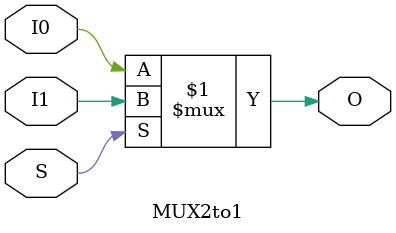
<source format=v>
module MUX2to1(I0, I1, S, O);
	input I1, I0, S;
	output O;
	
	assign O = S ? I1 : I0;
endmodule
</source>
